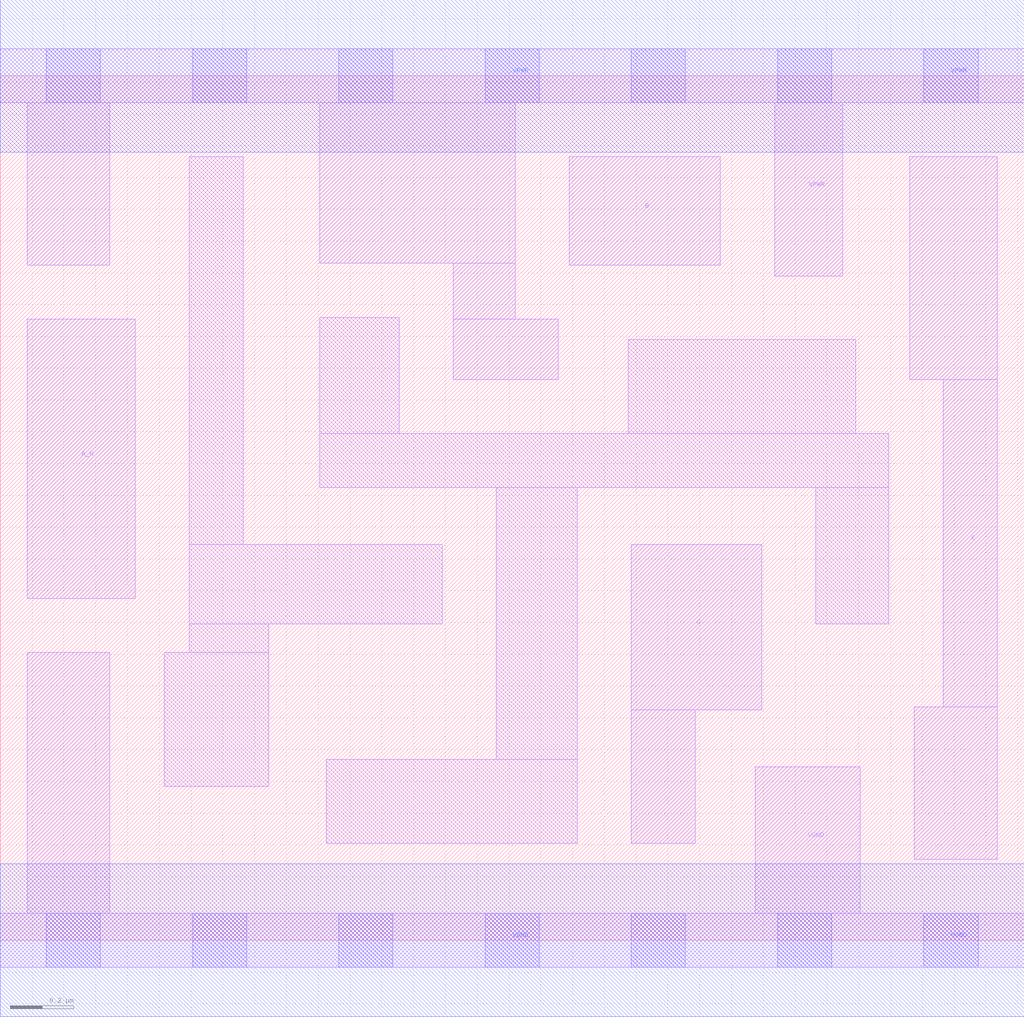
<source format=lef>
# Copyright 2020 The SkyWater PDK Authors
#
# Licensed under the Apache License, Version 2.0 (the "License");
# you may not use this file except in compliance with the License.
# You may obtain a copy of the License at
#
#     https://www.apache.org/licenses/LICENSE-2.0
#
# Unless required by applicable law or agreed to in writing, software
# distributed under the License is distributed on an "AS IS" BASIS,
# WITHOUT WARRANTIES OR CONDITIONS OF ANY KIND, either express or implied.
# See the License for the specific language governing permissions and
# limitations under the License.
#
# SPDX-License-Identifier: Apache-2.0

VERSION 5.7 ;
  NAMESCASESENSITIVE ON ;
  NOWIREEXTENSIONATPIN ON ;
  DIVIDERCHAR "/" ;
  BUSBITCHARS "[]" ;
UNITS
  DATABASE MICRONS 200 ;
END UNITS
MACRO sky130_fd_sc_hd__and3b_1
  CLASS CORE ;
  SOURCE USER ;
  FOREIGN sky130_fd_sc_hd__and3b_1 ;
  ORIGIN  0.000000  0.000000 ;
  SIZE  3.220000 BY  2.720000 ;
  SYMMETRY X Y R90 ;
  SITE unithd ;
  PIN A_N
    ANTENNAGATEAREA  0.126000 ;
    DIRECTION INPUT ;
    USE SIGNAL ;
    PORT
      LAYER li1 ;
        RECT 0.085000 1.075000 0.425000 1.955000 ;
    END
  END A_N
  PIN B
    ANTENNAGATEAREA  0.126000 ;
    DIRECTION INPUT ;
    USE SIGNAL ;
    PORT
      LAYER li1 ;
        RECT 1.790000 2.125000 2.265000 2.465000 ;
    END
  END B
  PIN C
    ANTENNAGATEAREA  0.126000 ;
    DIRECTION INPUT ;
    USE SIGNAL ;
    PORT
      LAYER li1 ;
        RECT 1.985000 0.305000 2.185000 0.725000 ;
        RECT 1.985000 0.725000 2.395000 1.245000 ;
    END
  END C
  PIN X
    ANTENNADIFFAREA  0.429000 ;
    DIRECTION OUTPUT ;
    USE SIGNAL ;
    PORT
      LAYER li1 ;
        RECT 2.860000 1.765000 3.135000 2.465000 ;
        RECT 2.875000 0.255000 3.135000 0.735000 ;
        RECT 2.965000 0.735000 3.135000 1.765000 ;
    END
  END X
  PIN VGND
    DIRECTION INOUT ;
    SHAPE ABUTMENT ;
    USE GROUND ;
    PORT
      LAYER li1 ;
        RECT 0.000000 -0.085000 3.220000 0.085000 ;
        RECT 0.085000  0.085000 0.345000 0.905000 ;
        RECT 2.375000  0.085000 2.705000 0.545000 ;
      LAYER mcon ;
        RECT 0.145000 -0.085000 0.315000 0.085000 ;
        RECT 0.605000 -0.085000 0.775000 0.085000 ;
        RECT 1.065000 -0.085000 1.235000 0.085000 ;
        RECT 1.525000 -0.085000 1.695000 0.085000 ;
        RECT 1.985000 -0.085000 2.155000 0.085000 ;
        RECT 2.445000 -0.085000 2.615000 0.085000 ;
        RECT 2.905000 -0.085000 3.075000 0.085000 ;
      LAYER met1 ;
        RECT 0.000000 -0.240000 3.220000 0.240000 ;
    END
  END VGND
  PIN VPWR
    DIRECTION INOUT ;
    SHAPE ABUTMENT ;
    USE POWER ;
    PORT
      LAYER li1 ;
        RECT 0.000000 2.635000 3.220000 2.805000 ;
        RECT 0.085000 2.125000 0.345000 2.635000 ;
        RECT 1.005000 2.130000 1.620000 2.635000 ;
        RECT 1.425000 1.765000 1.755000 1.955000 ;
        RECT 1.425000 1.955000 1.620000 2.130000 ;
        RECT 2.435000 2.090000 2.650000 2.635000 ;
      LAYER mcon ;
        RECT 0.145000 2.635000 0.315000 2.805000 ;
        RECT 0.605000 2.635000 0.775000 2.805000 ;
        RECT 1.065000 2.635000 1.235000 2.805000 ;
        RECT 1.525000 2.635000 1.695000 2.805000 ;
        RECT 1.985000 2.635000 2.155000 2.805000 ;
        RECT 2.445000 2.635000 2.615000 2.805000 ;
        RECT 2.905000 2.635000 3.075000 2.805000 ;
      LAYER met1 ;
        RECT 0.000000 2.480000 3.220000 2.960000 ;
    END
  END VPWR
  OBS
    LAYER li1 ;
      RECT 0.515000 0.485000 0.845000 0.905000 ;
      RECT 0.595000 0.905000 0.845000 0.995000 ;
      RECT 0.595000 0.995000 1.390000 1.245000 ;
      RECT 0.595000 1.245000 0.765000 2.465000 ;
      RECT 1.005000 1.425000 2.795000 1.595000 ;
      RECT 1.005000 1.595000 1.255000 1.960000 ;
      RECT 1.025000 0.305000 1.815000 0.570000 ;
      RECT 1.560000 0.570000 1.815000 1.425000 ;
      RECT 1.975000 1.595000 2.690000 1.890000 ;
      RECT 2.565000 0.995000 2.795000 1.425000 ;
  END
END sky130_fd_sc_hd__and3b_1
END LIBRARY

</source>
